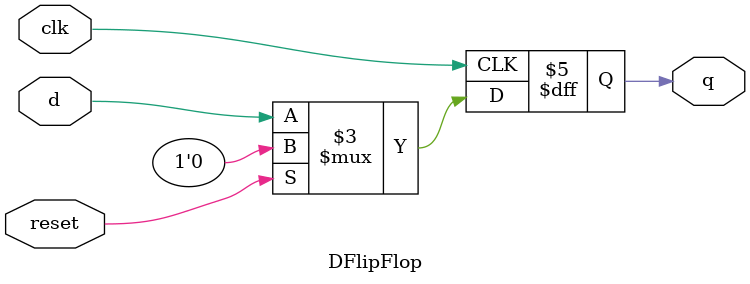
<source format=sv>
module DFlipFlop(clk, reset, d, q);

	input logic clk, reset, d;
	output logic q; 

	always_ff @(posedge clk) begin
		if(reset) 
			q <= 0; 
		else 
			q <= d;
	end
	
endmodule

</source>
